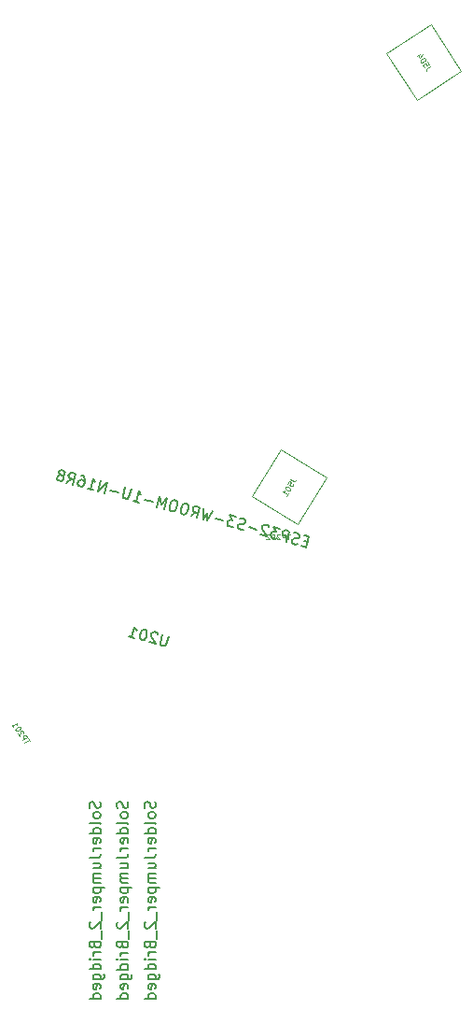
<source format=gbr>
%TF.GenerationSoftware,KiCad,Pcbnew,8.0.4*%
%TF.CreationDate,2024-09-02T19:36:39+02:00*%
%TF.ProjectId,Zoka-MainBoard,5a6f6b61-2d4d-4616-996e-426f6172642e,rev?*%
%TF.SameCoordinates,Original*%
%TF.FileFunction,AssemblyDrawing,Bot*%
%FSLAX46Y46*%
G04 Gerber Fmt 4.6, Leading zero omitted, Abs format (unit mm)*
G04 Created by KiCad (PCBNEW 8.0.4) date 2024-09-02 19:36:39*
%MOMM*%
%LPD*%
G01*
G04 APERTURE LIST*
%ADD10C,0.075000*%
%ADD11C,0.150000*%
%ADD12C,0.100000*%
G04 APERTURE END LIST*
D10*
X172120124Y-82920869D02*
X171834410Y-82920869D01*
X171977267Y-83420869D02*
X171977267Y-82920869D01*
X171667744Y-83420869D02*
X171667744Y-82920869D01*
X171667744Y-82920869D02*
X171477268Y-82920869D01*
X171477268Y-82920869D02*
X171429649Y-82944679D01*
X171429649Y-82944679D02*
X171405839Y-82968488D01*
X171405839Y-82968488D02*
X171382030Y-83016107D01*
X171382030Y-83016107D02*
X171382030Y-83087536D01*
X171382030Y-83087536D02*
X171405839Y-83135155D01*
X171405839Y-83135155D02*
X171429649Y-83158964D01*
X171429649Y-83158964D02*
X171477268Y-83182774D01*
X171477268Y-83182774D02*
X171667744Y-83182774D01*
X171191553Y-82968488D02*
X171167744Y-82944679D01*
X171167744Y-82944679D02*
X171120125Y-82920869D01*
X171120125Y-82920869D02*
X171001077Y-82920869D01*
X171001077Y-82920869D02*
X170953458Y-82944679D01*
X170953458Y-82944679D02*
X170929649Y-82968488D01*
X170929649Y-82968488D02*
X170905839Y-83016107D01*
X170905839Y-83016107D02*
X170905839Y-83063726D01*
X170905839Y-83063726D02*
X170929649Y-83135155D01*
X170929649Y-83135155D02*
X171215363Y-83420869D01*
X171215363Y-83420869D02*
X170905839Y-83420869D01*
X170596316Y-82920869D02*
X170548697Y-82920869D01*
X170548697Y-82920869D02*
X170501078Y-82944679D01*
X170501078Y-82944679D02*
X170477268Y-82968488D01*
X170477268Y-82968488D02*
X170453459Y-83016107D01*
X170453459Y-83016107D02*
X170429649Y-83111345D01*
X170429649Y-83111345D02*
X170429649Y-83230393D01*
X170429649Y-83230393D02*
X170453459Y-83325631D01*
X170453459Y-83325631D02*
X170477268Y-83373250D01*
X170477268Y-83373250D02*
X170501078Y-83397060D01*
X170501078Y-83397060D02*
X170548697Y-83420869D01*
X170548697Y-83420869D02*
X170596316Y-83420869D01*
X170596316Y-83420869D02*
X170643935Y-83397060D01*
X170643935Y-83397060D02*
X170667744Y-83373250D01*
X170667744Y-83373250D02*
X170691554Y-83325631D01*
X170691554Y-83325631D02*
X170715363Y-83230393D01*
X170715363Y-83230393D02*
X170715363Y-83111345D01*
X170715363Y-83111345D02*
X170691554Y-83016107D01*
X170691554Y-83016107D02*
X170667744Y-82968488D01*
X170667744Y-82968488D02*
X170643935Y-82944679D01*
X170643935Y-82944679D02*
X170596316Y-82920869D01*
X170239173Y-82968488D02*
X170215364Y-82944679D01*
X170215364Y-82944679D02*
X170167745Y-82920869D01*
X170167745Y-82920869D02*
X170048697Y-82920869D01*
X170048697Y-82920869D02*
X170001078Y-82944679D01*
X170001078Y-82944679D02*
X169977269Y-82968488D01*
X169977269Y-82968488D02*
X169953459Y-83016107D01*
X169953459Y-83016107D02*
X169953459Y-83063726D01*
X169953459Y-83063726D02*
X169977269Y-83135155D01*
X169977269Y-83135155D02*
X170262983Y-83420869D01*
X170262983Y-83420869D02*
X169953459Y-83420869D01*
D11*
X173723262Y-83610328D02*
X173401286Y-83524055D01*
X173127725Y-83993042D02*
X173587690Y-84116289D01*
X173587690Y-84116289D02*
X173846509Y-83150363D01*
X173846509Y-83150363D02*
X173386544Y-83027116D01*
X172772078Y-83848448D02*
X172621764Y-83857470D01*
X172621764Y-83857470D02*
X172391782Y-83795846D01*
X172391782Y-83795846D02*
X172312113Y-83725200D01*
X172312113Y-83725200D02*
X172278442Y-83666879D01*
X172278442Y-83666879D02*
X172257095Y-83562562D01*
X172257095Y-83562562D02*
X172281744Y-83470569D01*
X172281744Y-83470569D02*
X172352390Y-83390900D01*
X172352390Y-83390900D02*
X172410711Y-83357229D01*
X172410711Y-83357229D02*
X172515029Y-83335882D01*
X172515029Y-83335882D02*
X172711339Y-83339184D01*
X172711339Y-83339184D02*
X172815657Y-83317837D01*
X172815657Y-83317837D02*
X172873978Y-83284165D01*
X172873978Y-83284165D02*
X172944624Y-83204497D01*
X172944624Y-83204497D02*
X172969274Y-83112504D01*
X172969274Y-83112504D02*
X172947926Y-83008186D01*
X172947926Y-83008186D02*
X172914255Y-82949865D01*
X172914255Y-82949865D02*
X172834587Y-82879219D01*
X172834587Y-82879219D02*
X172604604Y-82817596D01*
X172604604Y-82817596D02*
X172454290Y-82826618D01*
X171793827Y-83635625D02*
X172052647Y-82669699D01*
X172052647Y-82669699D02*
X171684675Y-82571101D01*
X171684675Y-82571101D02*
X171580357Y-82592448D01*
X171580357Y-82592448D02*
X171522036Y-82626120D01*
X171522036Y-82626120D02*
X171451390Y-82705788D01*
X171451390Y-82705788D02*
X171414416Y-82843778D01*
X171414416Y-82843778D02*
X171435763Y-82948095D01*
X171435763Y-82948095D02*
X171469435Y-83006417D01*
X171469435Y-83006417D02*
X171549103Y-83077063D01*
X171549103Y-83077063D02*
X171917075Y-83175660D01*
X171178714Y-82435530D02*
X170580760Y-82275308D01*
X170580760Y-82275308D02*
X170804137Y-82729553D01*
X170804137Y-82729553D02*
X170666148Y-82692579D01*
X170666148Y-82692579D02*
X170561830Y-82713926D01*
X170561830Y-82713926D02*
X170503509Y-82747598D01*
X170503509Y-82747598D02*
X170432863Y-82827266D01*
X170432863Y-82827266D02*
X170371239Y-83057248D01*
X170371239Y-83057248D02*
X170392586Y-83161566D01*
X170392586Y-83161566D02*
X170426258Y-83219887D01*
X170426258Y-83219887D02*
X170505926Y-83290533D01*
X170505926Y-83290533D02*
X170781905Y-83364481D01*
X170781905Y-83364481D02*
X170886223Y-83343134D01*
X170886223Y-83343134D02*
X170944544Y-83309462D01*
X170188138Y-82268703D02*
X170154467Y-82210382D01*
X170154467Y-82210382D02*
X170074798Y-82139736D01*
X170074798Y-82139736D02*
X169844816Y-82078113D01*
X169844816Y-82078113D02*
X169740498Y-82099460D01*
X169740498Y-82099460D02*
X169682177Y-82133132D01*
X169682177Y-82133132D02*
X169611531Y-82212800D01*
X169611531Y-82212800D02*
X169586882Y-82304793D01*
X169586882Y-82304793D02*
X169595904Y-82455107D01*
X169595904Y-82455107D02*
X169999965Y-83154961D01*
X169999965Y-83154961D02*
X169402011Y-82994740D01*
X169086641Y-82515846D02*
X168350697Y-82318650D01*
X167850456Y-82529703D02*
X167700142Y-82538725D01*
X167700142Y-82538725D02*
X167470160Y-82477102D01*
X167470160Y-82477102D02*
X167390491Y-82406456D01*
X167390491Y-82406456D02*
X167356820Y-82348135D01*
X167356820Y-82348135D02*
X167335473Y-82243817D01*
X167335473Y-82243817D02*
X167360122Y-82151824D01*
X167360122Y-82151824D02*
X167430768Y-82072156D01*
X167430768Y-82072156D02*
X167489089Y-82038484D01*
X167489089Y-82038484D02*
X167593407Y-82017137D01*
X167593407Y-82017137D02*
X167789717Y-82020439D01*
X167789717Y-82020439D02*
X167894035Y-81999092D01*
X167894035Y-81999092D02*
X167952356Y-81965421D01*
X167952356Y-81965421D02*
X168023002Y-81885752D01*
X168023002Y-81885752D02*
X168047652Y-81793759D01*
X168047652Y-81793759D02*
X168026305Y-81689442D01*
X168026305Y-81689442D02*
X167992633Y-81631121D01*
X167992633Y-81631121D02*
X167912965Y-81560475D01*
X167912965Y-81560475D02*
X167682982Y-81498851D01*
X167682982Y-81498851D02*
X167532668Y-81507873D01*
X167223017Y-81375604D02*
X166625063Y-81215383D01*
X166625063Y-81215383D02*
X166848441Y-81669627D01*
X166848441Y-81669627D02*
X166710452Y-81632653D01*
X166710452Y-81632653D02*
X166606134Y-81654000D01*
X166606134Y-81654000D02*
X166547813Y-81687672D01*
X166547813Y-81687672D02*
X166477167Y-81767340D01*
X166477167Y-81767340D02*
X166415543Y-81997323D01*
X166415543Y-81997323D02*
X166436890Y-82101640D01*
X166436890Y-82101640D02*
X166470562Y-82159961D01*
X166470562Y-82159961D02*
X166550230Y-82230607D01*
X166550230Y-82230607D02*
X166826209Y-82304556D01*
X166826209Y-82304556D02*
X166930527Y-82283209D01*
X166930527Y-82283209D02*
X166988848Y-82249537D01*
X166050874Y-81702414D02*
X165314930Y-81505219D01*
X165107180Y-80808667D02*
X164618379Y-81712969D01*
X164618379Y-81712969D02*
X164619264Y-80973723D01*
X164619264Y-80973723D02*
X164250407Y-81614372D01*
X164250407Y-81614372D02*
X164279244Y-80586822D01*
X163100495Y-81306254D02*
X163545718Y-80932562D01*
X163652453Y-81454150D02*
X163911272Y-80488224D01*
X163911272Y-80488224D02*
X163543300Y-80389627D01*
X163543300Y-80389627D02*
X163438983Y-80410974D01*
X163438983Y-80410974D02*
X163380662Y-80444646D01*
X163380662Y-80444646D02*
X163310016Y-80524314D01*
X163310016Y-80524314D02*
X163273041Y-80662303D01*
X163273041Y-80662303D02*
X163294389Y-80766621D01*
X163294389Y-80766621D02*
X163328060Y-80824942D01*
X163328060Y-80824942D02*
X163407728Y-80895588D01*
X163407728Y-80895588D02*
X163775700Y-80994186D01*
X162761360Y-80180107D02*
X162577375Y-80130808D01*
X162577375Y-80130808D02*
X162473057Y-80152155D01*
X162473057Y-80152155D02*
X162356415Y-80219498D01*
X162356415Y-80219498D02*
X162261119Y-80391159D01*
X162261119Y-80391159D02*
X162174846Y-80713135D01*
X162174846Y-80713135D02*
X162171544Y-80909445D01*
X162171544Y-80909445D02*
X162238887Y-81026088D01*
X162238887Y-81026088D02*
X162318555Y-81096734D01*
X162318555Y-81096734D02*
X162502541Y-81146032D01*
X162502541Y-81146032D02*
X162606859Y-81124685D01*
X162606859Y-81124685D02*
X162723501Y-81057342D01*
X162723501Y-81057342D02*
X162818797Y-80885681D01*
X162818797Y-80885681D02*
X162905070Y-80563705D01*
X162905070Y-80563705D02*
X162908372Y-80367395D01*
X162908372Y-80367395D02*
X162841029Y-80250752D01*
X162841029Y-80250752D02*
X162761360Y-80180107D01*
X161749438Y-79908963D02*
X161565452Y-79859664D01*
X161565452Y-79859664D02*
X161461135Y-79881011D01*
X161461135Y-79881011D02*
X161344492Y-79948354D01*
X161344492Y-79948354D02*
X161249197Y-80120016D01*
X161249197Y-80120016D02*
X161162924Y-80441991D01*
X161162924Y-80441991D02*
X161159622Y-80638301D01*
X161159622Y-80638301D02*
X161226965Y-80754944D01*
X161226965Y-80754944D02*
X161306633Y-80825590D01*
X161306633Y-80825590D02*
X161490619Y-80874889D01*
X161490619Y-80874889D02*
X161594937Y-80853542D01*
X161594937Y-80853542D02*
X161711579Y-80786198D01*
X161711579Y-80786198D02*
X161806874Y-80614537D01*
X161806874Y-80614537D02*
X161893147Y-80292562D01*
X161893147Y-80292562D02*
X161896450Y-80096251D01*
X161896450Y-80096251D02*
X161829106Y-79979609D01*
X161829106Y-79979609D02*
X161749438Y-79908963D01*
X160662683Y-80653044D02*
X160921502Y-79687118D01*
X160921502Y-79687118D02*
X160414656Y-80290792D01*
X160414656Y-80290792D02*
X160277551Y-79514572D01*
X160277551Y-79514572D02*
X160018732Y-80480498D01*
X159657365Y-79989279D02*
X158921422Y-79792083D01*
X157856899Y-79901236D02*
X158408856Y-80049133D01*
X158132877Y-79975184D02*
X158391696Y-79009259D01*
X158391696Y-79009259D02*
X158446715Y-79171897D01*
X158446715Y-79171897D02*
X158514059Y-79288540D01*
X158514059Y-79288540D02*
X158593727Y-79359186D01*
X157701749Y-78824388D02*
X157492229Y-79606328D01*
X157492229Y-79606328D02*
X157421583Y-79685996D01*
X157421583Y-79685996D02*
X157363262Y-79719668D01*
X157363262Y-79719668D02*
X157258944Y-79741015D01*
X157258944Y-79741015D02*
X157074959Y-79691716D01*
X157074959Y-79691716D02*
X156995290Y-79621070D01*
X156995290Y-79621070D02*
X156961619Y-79562749D01*
X156961619Y-79562749D02*
X156940272Y-79458431D01*
X156940272Y-79458431D02*
X157149792Y-78676491D01*
X156529606Y-79151198D02*
X155793662Y-78954003D01*
X155235100Y-79198727D02*
X155493919Y-78232802D01*
X155493919Y-78232802D02*
X154683143Y-79050831D01*
X154683143Y-79050831D02*
X154941962Y-78084905D01*
X153717217Y-78792012D02*
X154269174Y-78939908D01*
X153993196Y-78865960D02*
X154252015Y-77900034D01*
X154252015Y-77900034D02*
X154307033Y-78062673D01*
X154307033Y-78062673D02*
X154374377Y-78179315D01*
X154374377Y-78179315D02*
X154454045Y-78249961D01*
X153148099Y-77604241D02*
X153332085Y-77653540D01*
X153332085Y-77653540D02*
X153411753Y-77724186D01*
X153411753Y-77724186D02*
X153445425Y-77782507D01*
X153445425Y-77782507D02*
X153500444Y-77945146D01*
X153500444Y-77945146D02*
X153497142Y-78141456D01*
X153497142Y-78141456D02*
X153398544Y-78509428D01*
X153398544Y-78509428D02*
X153327898Y-78589096D01*
X153327898Y-78589096D02*
X153269577Y-78622768D01*
X153269577Y-78622768D02*
X153165259Y-78644115D01*
X153165259Y-78644115D02*
X152981273Y-78594816D01*
X152981273Y-78594816D02*
X152901605Y-78524170D01*
X152901605Y-78524170D02*
X152867933Y-78465849D01*
X152867933Y-78465849D02*
X152846586Y-78361532D01*
X152846586Y-78361532D02*
X152908210Y-78131549D01*
X152908210Y-78131549D02*
X152978856Y-78051881D01*
X152978856Y-78051881D02*
X153037177Y-78018209D01*
X153037177Y-78018209D02*
X153141495Y-77996862D01*
X153141495Y-77996862D02*
X153325480Y-78046161D01*
X153325480Y-78046161D02*
X153405149Y-78116807D01*
X153405149Y-78116807D02*
X153438820Y-78175128D01*
X153438820Y-78175128D02*
X153460167Y-78279446D01*
X151831361Y-78286698D02*
X152276584Y-77913007D01*
X152383319Y-78434595D02*
X152642138Y-77468669D01*
X152642138Y-77468669D02*
X152274166Y-77370071D01*
X152274166Y-77370071D02*
X152169849Y-77391418D01*
X152169849Y-77391418D02*
X152111528Y-77425090D01*
X152111528Y-77425090D02*
X152040882Y-77504758D01*
X152040882Y-77504758D02*
X152003907Y-77642748D01*
X152003907Y-77642748D02*
X152025255Y-77747065D01*
X152025255Y-77747065D02*
X152058926Y-77805387D01*
X152058926Y-77805387D02*
X152138594Y-77876033D01*
X152138594Y-77876033D02*
X152506566Y-77974630D01*
X151427300Y-77586844D02*
X151531618Y-77565497D01*
X151531618Y-77565497D02*
X151589939Y-77531825D01*
X151589939Y-77531825D02*
X151660585Y-77452157D01*
X151660585Y-77452157D02*
X151672910Y-77406161D01*
X151672910Y-77406161D02*
X151651563Y-77301843D01*
X151651563Y-77301843D02*
X151617891Y-77243522D01*
X151617891Y-77243522D02*
X151538223Y-77172876D01*
X151538223Y-77172876D02*
X151354237Y-77123577D01*
X151354237Y-77123577D02*
X151249919Y-77144924D01*
X151249919Y-77144924D02*
X151191598Y-77178596D01*
X151191598Y-77178596D02*
X151120952Y-77258264D01*
X151120952Y-77258264D02*
X151108628Y-77304261D01*
X151108628Y-77304261D02*
X151129975Y-77408578D01*
X151129975Y-77408578D02*
X151163646Y-77466899D01*
X151163646Y-77466899D02*
X151243315Y-77537545D01*
X151243315Y-77537545D02*
X151427300Y-77586844D01*
X151427300Y-77586844D02*
X151506969Y-77657490D01*
X151506969Y-77657490D02*
X151540640Y-77715811D01*
X151540640Y-77715811D02*
X151561987Y-77820129D01*
X151561987Y-77820129D02*
X151512689Y-78004115D01*
X151512689Y-78004115D02*
X151442043Y-78083783D01*
X151442043Y-78083783D02*
X151383721Y-78117455D01*
X151383721Y-78117455D02*
X151279404Y-78138802D01*
X151279404Y-78138802D02*
X151095418Y-78089503D01*
X151095418Y-78089503D02*
X151015750Y-78018857D01*
X151015750Y-78018857D02*
X150982078Y-77960536D01*
X150982078Y-77960536D02*
X150960731Y-77856218D01*
X150960731Y-77856218D02*
X151010030Y-77672232D01*
X151010030Y-77672232D02*
X151080676Y-77592564D01*
X151080676Y-77592564D02*
X151138997Y-77558892D01*
X151138997Y-77558892D02*
X151243315Y-77537545D01*
X161081423Y-92153283D02*
X160871902Y-92935223D01*
X160871902Y-92935223D02*
X160801257Y-93014891D01*
X160801257Y-93014891D02*
X160742935Y-93048563D01*
X160742935Y-93048563D02*
X160638618Y-93069910D01*
X160638618Y-93069910D02*
X160454632Y-93020611D01*
X160454632Y-93020611D02*
X160374964Y-92949965D01*
X160374964Y-92949965D02*
X160341292Y-92891644D01*
X160341292Y-92891644D02*
X160319945Y-92787326D01*
X160319945Y-92787326D02*
X160529465Y-92005386D01*
X160090847Y-91986457D02*
X160057176Y-91928136D01*
X160057176Y-91928136D02*
X159977507Y-91857490D01*
X159977507Y-91857490D02*
X159747525Y-91795866D01*
X159747525Y-91795866D02*
X159643207Y-91817213D01*
X159643207Y-91817213D02*
X159584886Y-91850885D01*
X159584886Y-91850885D02*
X159514240Y-91930553D01*
X159514240Y-91930553D02*
X159489591Y-92022546D01*
X159489591Y-92022546D02*
X159498613Y-92172860D01*
X159498613Y-92172860D02*
X159902674Y-92872714D01*
X159902674Y-92872714D02*
X159304720Y-92712493D01*
X158965585Y-91586346D02*
X158873592Y-91561697D01*
X158873592Y-91561697D02*
X158769274Y-91583044D01*
X158769274Y-91583044D02*
X158710953Y-91616715D01*
X158710953Y-91616715D02*
X158640307Y-91696384D01*
X158640307Y-91696384D02*
X158545012Y-91868045D01*
X158545012Y-91868045D02*
X158483388Y-92098027D01*
X158483388Y-92098027D02*
X158480086Y-92294338D01*
X158480086Y-92294338D02*
X158501433Y-92398655D01*
X158501433Y-92398655D02*
X158535105Y-92456976D01*
X158535105Y-92456976D02*
X158614773Y-92527622D01*
X158614773Y-92527622D02*
X158706766Y-92552272D01*
X158706766Y-92552272D02*
X158811084Y-92530925D01*
X158811084Y-92530925D02*
X158869405Y-92497253D01*
X158869405Y-92497253D02*
X158940051Y-92417585D01*
X158940051Y-92417585D02*
X159035346Y-92245924D01*
X159035346Y-92245924D02*
X159096970Y-92015941D01*
X159096970Y-92015941D02*
X159100272Y-91819631D01*
X159100272Y-91819631D02*
X159078925Y-91715313D01*
X159078925Y-91715313D02*
X159045253Y-91656992D01*
X159045253Y-91656992D02*
X158965585Y-91586346D01*
X157464861Y-92219504D02*
X158016819Y-92367401D01*
X157740840Y-92293453D02*
X157999659Y-91327527D01*
X157999659Y-91327527D02*
X158054678Y-91490166D01*
X158054678Y-91490166D02*
X158122021Y-91606808D01*
X158122021Y-91606808D02*
X158201690Y-91677454D01*
X159851027Y-107183489D02*
X159898646Y-107326346D01*
X159898646Y-107326346D02*
X159898646Y-107564441D01*
X159898646Y-107564441D02*
X159851027Y-107659679D01*
X159851027Y-107659679D02*
X159803407Y-107707298D01*
X159803407Y-107707298D02*
X159708169Y-107754917D01*
X159708169Y-107754917D02*
X159612931Y-107754917D01*
X159612931Y-107754917D02*
X159517693Y-107707298D01*
X159517693Y-107707298D02*
X159470074Y-107659679D01*
X159470074Y-107659679D02*
X159422455Y-107564441D01*
X159422455Y-107564441D02*
X159374836Y-107373965D01*
X159374836Y-107373965D02*
X159327217Y-107278727D01*
X159327217Y-107278727D02*
X159279598Y-107231108D01*
X159279598Y-107231108D02*
X159184360Y-107183489D01*
X159184360Y-107183489D02*
X159089122Y-107183489D01*
X159089122Y-107183489D02*
X158993884Y-107231108D01*
X158993884Y-107231108D02*
X158946265Y-107278727D01*
X158946265Y-107278727D02*
X158898646Y-107373965D01*
X158898646Y-107373965D02*
X158898646Y-107612060D01*
X158898646Y-107612060D02*
X158946265Y-107754917D01*
X159898646Y-108326346D02*
X159851027Y-108231108D01*
X159851027Y-108231108D02*
X159803407Y-108183489D01*
X159803407Y-108183489D02*
X159708169Y-108135870D01*
X159708169Y-108135870D02*
X159422455Y-108135870D01*
X159422455Y-108135870D02*
X159327217Y-108183489D01*
X159327217Y-108183489D02*
X159279598Y-108231108D01*
X159279598Y-108231108D02*
X159231979Y-108326346D01*
X159231979Y-108326346D02*
X159231979Y-108469203D01*
X159231979Y-108469203D02*
X159279598Y-108564441D01*
X159279598Y-108564441D02*
X159327217Y-108612060D01*
X159327217Y-108612060D02*
X159422455Y-108659679D01*
X159422455Y-108659679D02*
X159708169Y-108659679D01*
X159708169Y-108659679D02*
X159803407Y-108612060D01*
X159803407Y-108612060D02*
X159851027Y-108564441D01*
X159851027Y-108564441D02*
X159898646Y-108469203D01*
X159898646Y-108469203D02*
X159898646Y-108326346D01*
X159898646Y-109231108D02*
X159851027Y-109135870D01*
X159851027Y-109135870D02*
X159755788Y-109088251D01*
X159755788Y-109088251D02*
X158898646Y-109088251D01*
X159898646Y-110040632D02*
X158898646Y-110040632D01*
X159851027Y-110040632D02*
X159898646Y-109945394D01*
X159898646Y-109945394D02*
X159898646Y-109754918D01*
X159898646Y-109754918D02*
X159851027Y-109659680D01*
X159851027Y-109659680D02*
X159803407Y-109612061D01*
X159803407Y-109612061D02*
X159708169Y-109564442D01*
X159708169Y-109564442D02*
X159422455Y-109564442D01*
X159422455Y-109564442D02*
X159327217Y-109612061D01*
X159327217Y-109612061D02*
X159279598Y-109659680D01*
X159279598Y-109659680D02*
X159231979Y-109754918D01*
X159231979Y-109754918D02*
X159231979Y-109945394D01*
X159231979Y-109945394D02*
X159279598Y-110040632D01*
X159851027Y-110897775D02*
X159898646Y-110802537D01*
X159898646Y-110802537D02*
X159898646Y-110612061D01*
X159898646Y-110612061D02*
X159851027Y-110516823D01*
X159851027Y-110516823D02*
X159755788Y-110469204D01*
X159755788Y-110469204D02*
X159374836Y-110469204D01*
X159374836Y-110469204D02*
X159279598Y-110516823D01*
X159279598Y-110516823D02*
X159231979Y-110612061D01*
X159231979Y-110612061D02*
X159231979Y-110802537D01*
X159231979Y-110802537D02*
X159279598Y-110897775D01*
X159279598Y-110897775D02*
X159374836Y-110945394D01*
X159374836Y-110945394D02*
X159470074Y-110945394D01*
X159470074Y-110945394D02*
X159565312Y-110469204D01*
X159898646Y-111373966D02*
X159231979Y-111373966D01*
X159422455Y-111373966D02*
X159327217Y-111421585D01*
X159327217Y-111421585D02*
X159279598Y-111469204D01*
X159279598Y-111469204D02*
X159231979Y-111564442D01*
X159231979Y-111564442D02*
X159231979Y-111659680D01*
X158898646Y-112278728D02*
X159612931Y-112278728D01*
X159612931Y-112278728D02*
X159755788Y-112231109D01*
X159755788Y-112231109D02*
X159851027Y-112135871D01*
X159851027Y-112135871D02*
X159898646Y-111993014D01*
X159898646Y-111993014D02*
X159898646Y-111897776D01*
X159231979Y-113183490D02*
X159898646Y-113183490D01*
X159231979Y-112754919D02*
X159755788Y-112754919D01*
X159755788Y-112754919D02*
X159851027Y-112802538D01*
X159851027Y-112802538D02*
X159898646Y-112897776D01*
X159898646Y-112897776D02*
X159898646Y-113040633D01*
X159898646Y-113040633D02*
X159851027Y-113135871D01*
X159851027Y-113135871D02*
X159803407Y-113183490D01*
X159898646Y-113659681D02*
X159231979Y-113659681D01*
X159327217Y-113659681D02*
X159279598Y-113707300D01*
X159279598Y-113707300D02*
X159231979Y-113802538D01*
X159231979Y-113802538D02*
X159231979Y-113945395D01*
X159231979Y-113945395D02*
X159279598Y-114040633D01*
X159279598Y-114040633D02*
X159374836Y-114088252D01*
X159374836Y-114088252D02*
X159898646Y-114088252D01*
X159374836Y-114088252D02*
X159279598Y-114135871D01*
X159279598Y-114135871D02*
X159231979Y-114231109D01*
X159231979Y-114231109D02*
X159231979Y-114373966D01*
X159231979Y-114373966D02*
X159279598Y-114469205D01*
X159279598Y-114469205D02*
X159374836Y-114516824D01*
X159374836Y-114516824D02*
X159898646Y-114516824D01*
X159231979Y-114993014D02*
X160231979Y-114993014D01*
X159279598Y-114993014D02*
X159231979Y-115088252D01*
X159231979Y-115088252D02*
X159231979Y-115278728D01*
X159231979Y-115278728D02*
X159279598Y-115373966D01*
X159279598Y-115373966D02*
X159327217Y-115421585D01*
X159327217Y-115421585D02*
X159422455Y-115469204D01*
X159422455Y-115469204D02*
X159708169Y-115469204D01*
X159708169Y-115469204D02*
X159803407Y-115421585D01*
X159803407Y-115421585D02*
X159851027Y-115373966D01*
X159851027Y-115373966D02*
X159898646Y-115278728D01*
X159898646Y-115278728D02*
X159898646Y-115088252D01*
X159898646Y-115088252D02*
X159851027Y-114993014D01*
X159851027Y-116278728D02*
X159898646Y-116183490D01*
X159898646Y-116183490D02*
X159898646Y-115993014D01*
X159898646Y-115993014D02*
X159851027Y-115897776D01*
X159851027Y-115897776D02*
X159755788Y-115850157D01*
X159755788Y-115850157D02*
X159374836Y-115850157D01*
X159374836Y-115850157D02*
X159279598Y-115897776D01*
X159279598Y-115897776D02*
X159231979Y-115993014D01*
X159231979Y-115993014D02*
X159231979Y-116183490D01*
X159231979Y-116183490D02*
X159279598Y-116278728D01*
X159279598Y-116278728D02*
X159374836Y-116326347D01*
X159374836Y-116326347D02*
X159470074Y-116326347D01*
X159470074Y-116326347D02*
X159565312Y-115850157D01*
X159898646Y-116754919D02*
X159231979Y-116754919D01*
X159422455Y-116754919D02*
X159327217Y-116802538D01*
X159327217Y-116802538D02*
X159279598Y-116850157D01*
X159279598Y-116850157D02*
X159231979Y-116945395D01*
X159231979Y-116945395D02*
X159231979Y-117040633D01*
X159993884Y-117135872D02*
X159993884Y-117897776D01*
X158993884Y-118088253D02*
X158946265Y-118135872D01*
X158946265Y-118135872D02*
X158898646Y-118231110D01*
X158898646Y-118231110D02*
X158898646Y-118469205D01*
X158898646Y-118469205D02*
X158946265Y-118564443D01*
X158946265Y-118564443D02*
X158993884Y-118612062D01*
X158993884Y-118612062D02*
X159089122Y-118659681D01*
X159089122Y-118659681D02*
X159184360Y-118659681D01*
X159184360Y-118659681D02*
X159327217Y-118612062D01*
X159327217Y-118612062D02*
X159898646Y-118040634D01*
X159898646Y-118040634D02*
X159898646Y-118659681D01*
X159993884Y-118850158D02*
X159993884Y-119612062D01*
X159374836Y-120183491D02*
X159422455Y-120326348D01*
X159422455Y-120326348D02*
X159470074Y-120373967D01*
X159470074Y-120373967D02*
X159565312Y-120421586D01*
X159565312Y-120421586D02*
X159708169Y-120421586D01*
X159708169Y-120421586D02*
X159803407Y-120373967D01*
X159803407Y-120373967D02*
X159851027Y-120326348D01*
X159851027Y-120326348D02*
X159898646Y-120231110D01*
X159898646Y-120231110D02*
X159898646Y-119850158D01*
X159898646Y-119850158D02*
X158898646Y-119850158D01*
X158898646Y-119850158D02*
X158898646Y-120183491D01*
X158898646Y-120183491D02*
X158946265Y-120278729D01*
X158946265Y-120278729D02*
X158993884Y-120326348D01*
X158993884Y-120326348D02*
X159089122Y-120373967D01*
X159089122Y-120373967D02*
X159184360Y-120373967D01*
X159184360Y-120373967D02*
X159279598Y-120326348D01*
X159279598Y-120326348D02*
X159327217Y-120278729D01*
X159327217Y-120278729D02*
X159374836Y-120183491D01*
X159374836Y-120183491D02*
X159374836Y-119850158D01*
X159898646Y-120850158D02*
X159231979Y-120850158D01*
X159422455Y-120850158D02*
X159327217Y-120897777D01*
X159327217Y-120897777D02*
X159279598Y-120945396D01*
X159279598Y-120945396D02*
X159231979Y-121040634D01*
X159231979Y-121040634D02*
X159231979Y-121135872D01*
X159898646Y-121469206D02*
X159231979Y-121469206D01*
X158898646Y-121469206D02*
X158946265Y-121421587D01*
X158946265Y-121421587D02*
X158993884Y-121469206D01*
X158993884Y-121469206D02*
X158946265Y-121516825D01*
X158946265Y-121516825D02*
X158898646Y-121469206D01*
X158898646Y-121469206D02*
X158993884Y-121469206D01*
X159898646Y-122373967D02*
X158898646Y-122373967D01*
X159851027Y-122373967D02*
X159898646Y-122278729D01*
X159898646Y-122278729D02*
X159898646Y-122088253D01*
X159898646Y-122088253D02*
X159851027Y-121993015D01*
X159851027Y-121993015D02*
X159803407Y-121945396D01*
X159803407Y-121945396D02*
X159708169Y-121897777D01*
X159708169Y-121897777D02*
X159422455Y-121897777D01*
X159422455Y-121897777D02*
X159327217Y-121945396D01*
X159327217Y-121945396D02*
X159279598Y-121993015D01*
X159279598Y-121993015D02*
X159231979Y-122088253D01*
X159231979Y-122088253D02*
X159231979Y-122278729D01*
X159231979Y-122278729D02*
X159279598Y-122373967D01*
X159231979Y-123278729D02*
X160041503Y-123278729D01*
X160041503Y-123278729D02*
X160136741Y-123231110D01*
X160136741Y-123231110D02*
X160184360Y-123183491D01*
X160184360Y-123183491D02*
X160231979Y-123088253D01*
X160231979Y-123088253D02*
X160231979Y-122945396D01*
X160231979Y-122945396D02*
X160184360Y-122850158D01*
X159851027Y-123278729D02*
X159898646Y-123183491D01*
X159898646Y-123183491D02*
X159898646Y-122993015D01*
X159898646Y-122993015D02*
X159851027Y-122897777D01*
X159851027Y-122897777D02*
X159803407Y-122850158D01*
X159803407Y-122850158D02*
X159708169Y-122802539D01*
X159708169Y-122802539D02*
X159422455Y-122802539D01*
X159422455Y-122802539D02*
X159327217Y-122850158D01*
X159327217Y-122850158D02*
X159279598Y-122897777D01*
X159279598Y-122897777D02*
X159231979Y-122993015D01*
X159231979Y-122993015D02*
X159231979Y-123183491D01*
X159231979Y-123183491D02*
X159279598Y-123278729D01*
X159851027Y-124135872D02*
X159898646Y-124040634D01*
X159898646Y-124040634D02*
X159898646Y-123850158D01*
X159898646Y-123850158D02*
X159851027Y-123754920D01*
X159851027Y-123754920D02*
X159755788Y-123707301D01*
X159755788Y-123707301D02*
X159374836Y-123707301D01*
X159374836Y-123707301D02*
X159279598Y-123754920D01*
X159279598Y-123754920D02*
X159231979Y-123850158D01*
X159231979Y-123850158D02*
X159231979Y-124040634D01*
X159231979Y-124040634D02*
X159279598Y-124135872D01*
X159279598Y-124135872D02*
X159374836Y-124183491D01*
X159374836Y-124183491D02*
X159470074Y-124183491D01*
X159470074Y-124183491D02*
X159565312Y-123707301D01*
X159898646Y-125040634D02*
X158898646Y-125040634D01*
X159851027Y-125040634D02*
X159898646Y-124945396D01*
X159898646Y-124945396D02*
X159898646Y-124754920D01*
X159898646Y-124754920D02*
X159851027Y-124659682D01*
X159851027Y-124659682D02*
X159803407Y-124612063D01*
X159803407Y-124612063D02*
X159708169Y-124564444D01*
X159708169Y-124564444D02*
X159422455Y-124564444D01*
X159422455Y-124564444D02*
X159327217Y-124612063D01*
X159327217Y-124612063D02*
X159279598Y-124659682D01*
X159279598Y-124659682D02*
X159231979Y-124754920D01*
X159231979Y-124754920D02*
X159231979Y-124945396D01*
X159231979Y-124945396D02*
X159279598Y-125040634D01*
X157351027Y-107185276D02*
X157398646Y-107328133D01*
X157398646Y-107328133D02*
X157398646Y-107566228D01*
X157398646Y-107566228D02*
X157351027Y-107661466D01*
X157351027Y-107661466D02*
X157303407Y-107709085D01*
X157303407Y-107709085D02*
X157208169Y-107756704D01*
X157208169Y-107756704D02*
X157112931Y-107756704D01*
X157112931Y-107756704D02*
X157017693Y-107709085D01*
X157017693Y-107709085D02*
X156970074Y-107661466D01*
X156970074Y-107661466D02*
X156922455Y-107566228D01*
X156922455Y-107566228D02*
X156874836Y-107375752D01*
X156874836Y-107375752D02*
X156827217Y-107280514D01*
X156827217Y-107280514D02*
X156779598Y-107232895D01*
X156779598Y-107232895D02*
X156684360Y-107185276D01*
X156684360Y-107185276D02*
X156589122Y-107185276D01*
X156589122Y-107185276D02*
X156493884Y-107232895D01*
X156493884Y-107232895D02*
X156446265Y-107280514D01*
X156446265Y-107280514D02*
X156398646Y-107375752D01*
X156398646Y-107375752D02*
X156398646Y-107613847D01*
X156398646Y-107613847D02*
X156446265Y-107756704D01*
X157398646Y-108328133D02*
X157351027Y-108232895D01*
X157351027Y-108232895D02*
X157303407Y-108185276D01*
X157303407Y-108185276D02*
X157208169Y-108137657D01*
X157208169Y-108137657D02*
X156922455Y-108137657D01*
X156922455Y-108137657D02*
X156827217Y-108185276D01*
X156827217Y-108185276D02*
X156779598Y-108232895D01*
X156779598Y-108232895D02*
X156731979Y-108328133D01*
X156731979Y-108328133D02*
X156731979Y-108470990D01*
X156731979Y-108470990D02*
X156779598Y-108566228D01*
X156779598Y-108566228D02*
X156827217Y-108613847D01*
X156827217Y-108613847D02*
X156922455Y-108661466D01*
X156922455Y-108661466D02*
X157208169Y-108661466D01*
X157208169Y-108661466D02*
X157303407Y-108613847D01*
X157303407Y-108613847D02*
X157351027Y-108566228D01*
X157351027Y-108566228D02*
X157398646Y-108470990D01*
X157398646Y-108470990D02*
X157398646Y-108328133D01*
X157398646Y-109232895D02*
X157351027Y-109137657D01*
X157351027Y-109137657D02*
X157255788Y-109090038D01*
X157255788Y-109090038D02*
X156398646Y-109090038D01*
X157398646Y-110042419D02*
X156398646Y-110042419D01*
X157351027Y-110042419D02*
X157398646Y-109947181D01*
X157398646Y-109947181D02*
X157398646Y-109756705D01*
X157398646Y-109756705D02*
X157351027Y-109661467D01*
X157351027Y-109661467D02*
X157303407Y-109613848D01*
X157303407Y-109613848D02*
X157208169Y-109566229D01*
X157208169Y-109566229D02*
X156922455Y-109566229D01*
X156922455Y-109566229D02*
X156827217Y-109613848D01*
X156827217Y-109613848D02*
X156779598Y-109661467D01*
X156779598Y-109661467D02*
X156731979Y-109756705D01*
X156731979Y-109756705D02*
X156731979Y-109947181D01*
X156731979Y-109947181D02*
X156779598Y-110042419D01*
X157351027Y-110899562D02*
X157398646Y-110804324D01*
X157398646Y-110804324D02*
X157398646Y-110613848D01*
X157398646Y-110613848D02*
X157351027Y-110518610D01*
X157351027Y-110518610D02*
X157255788Y-110470991D01*
X157255788Y-110470991D02*
X156874836Y-110470991D01*
X156874836Y-110470991D02*
X156779598Y-110518610D01*
X156779598Y-110518610D02*
X156731979Y-110613848D01*
X156731979Y-110613848D02*
X156731979Y-110804324D01*
X156731979Y-110804324D02*
X156779598Y-110899562D01*
X156779598Y-110899562D02*
X156874836Y-110947181D01*
X156874836Y-110947181D02*
X156970074Y-110947181D01*
X156970074Y-110947181D02*
X157065312Y-110470991D01*
X157398646Y-111375753D02*
X156731979Y-111375753D01*
X156922455Y-111375753D02*
X156827217Y-111423372D01*
X156827217Y-111423372D02*
X156779598Y-111470991D01*
X156779598Y-111470991D02*
X156731979Y-111566229D01*
X156731979Y-111566229D02*
X156731979Y-111661467D01*
X156398646Y-112280515D02*
X157112931Y-112280515D01*
X157112931Y-112280515D02*
X157255788Y-112232896D01*
X157255788Y-112232896D02*
X157351027Y-112137658D01*
X157351027Y-112137658D02*
X157398646Y-111994801D01*
X157398646Y-111994801D02*
X157398646Y-111899563D01*
X156731979Y-113185277D02*
X157398646Y-113185277D01*
X156731979Y-112756706D02*
X157255788Y-112756706D01*
X157255788Y-112756706D02*
X157351027Y-112804325D01*
X157351027Y-112804325D02*
X157398646Y-112899563D01*
X157398646Y-112899563D02*
X157398646Y-113042420D01*
X157398646Y-113042420D02*
X157351027Y-113137658D01*
X157351027Y-113137658D02*
X157303407Y-113185277D01*
X157398646Y-113661468D02*
X156731979Y-113661468D01*
X156827217Y-113661468D02*
X156779598Y-113709087D01*
X156779598Y-113709087D02*
X156731979Y-113804325D01*
X156731979Y-113804325D02*
X156731979Y-113947182D01*
X156731979Y-113947182D02*
X156779598Y-114042420D01*
X156779598Y-114042420D02*
X156874836Y-114090039D01*
X156874836Y-114090039D02*
X157398646Y-114090039D01*
X156874836Y-114090039D02*
X156779598Y-114137658D01*
X156779598Y-114137658D02*
X156731979Y-114232896D01*
X156731979Y-114232896D02*
X156731979Y-114375753D01*
X156731979Y-114375753D02*
X156779598Y-114470992D01*
X156779598Y-114470992D02*
X156874836Y-114518611D01*
X156874836Y-114518611D02*
X157398646Y-114518611D01*
X156731979Y-114994801D02*
X157731979Y-114994801D01*
X156779598Y-114994801D02*
X156731979Y-115090039D01*
X156731979Y-115090039D02*
X156731979Y-115280515D01*
X156731979Y-115280515D02*
X156779598Y-115375753D01*
X156779598Y-115375753D02*
X156827217Y-115423372D01*
X156827217Y-115423372D02*
X156922455Y-115470991D01*
X156922455Y-115470991D02*
X157208169Y-115470991D01*
X157208169Y-115470991D02*
X157303407Y-115423372D01*
X157303407Y-115423372D02*
X157351027Y-115375753D01*
X157351027Y-115375753D02*
X157398646Y-115280515D01*
X157398646Y-115280515D02*
X157398646Y-115090039D01*
X157398646Y-115090039D02*
X157351027Y-114994801D01*
X157351027Y-116280515D02*
X157398646Y-116185277D01*
X157398646Y-116185277D02*
X157398646Y-115994801D01*
X157398646Y-115994801D02*
X157351027Y-115899563D01*
X157351027Y-115899563D02*
X157255788Y-115851944D01*
X157255788Y-115851944D02*
X156874836Y-115851944D01*
X156874836Y-115851944D02*
X156779598Y-115899563D01*
X156779598Y-115899563D02*
X156731979Y-115994801D01*
X156731979Y-115994801D02*
X156731979Y-116185277D01*
X156731979Y-116185277D02*
X156779598Y-116280515D01*
X156779598Y-116280515D02*
X156874836Y-116328134D01*
X156874836Y-116328134D02*
X156970074Y-116328134D01*
X156970074Y-116328134D02*
X157065312Y-115851944D01*
X157398646Y-116756706D02*
X156731979Y-116756706D01*
X156922455Y-116756706D02*
X156827217Y-116804325D01*
X156827217Y-116804325D02*
X156779598Y-116851944D01*
X156779598Y-116851944D02*
X156731979Y-116947182D01*
X156731979Y-116947182D02*
X156731979Y-117042420D01*
X157493884Y-117137659D02*
X157493884Y-117899563D01*
X156493884Y-118090040D02*
X156446265Y-118137659D01*
X156446265Y-118137659D02*
X156398646Y-118232897D01*
X156398646Y-118232897D02*
X156398646Y-118470992D01*
X156398646Y-118470992D02*
X156446265Y-118566230D01*
X156446265Y-118566230D02*
X156493884Y-118613849D01*
X156493884Y-118613849D02*
X156589122Y-118661468D01*
X156589122Y-118661468D02*
X156684360Y-118661468D01*
X156684360Y-118661468D02*
X156827217Y-118613849D01*
X156827217Y-118613849D02*
X157398646Y-118042421D01*
X157398646Y-118042421D02*
X157398646Y-118661468D01*
X157493884Y-118851945D02*
X157493884Y-119613849D01*
X156874836Y-120185278D02*
X156922455Y-120328135D01*
X156922455Y-120328135D02*
X156970074Y-120375754D01*
X156970074Y-120375754D02*
X157065312Y-120423373D01*
X157065312Y-120423373D02*
X157208169Y-120423373D01*
X157208169Y-120423373D02*
X157303407Y-120375754D01*
X157303407Y-120375754D02*
X157351027Y-120328135D01*
X157351027Y-120328135D02*
X157398646Y-120232897D01*
X157398646Y-120232897D02*
X157398646Y-119851945D01*
X157398646Y-119851945D02*
X156398646Y-119851945D01*
X156398646Y-119851945D02*
X156398646Y-120185278D01*
X156398646Y-120185278D02*
X156446265Y-120280516D01*
X156446265Y-120280516D02*
X156493884Y-120328135D01*
X156493884Y-120328135D02*
X156589122Y-120375754D01*
X156589122Y-120375754D02*
X156684360Y-120375754D01*
X156684360Y-120375754D02*
X156779598Y-120328135D01*
X156779598Y-120328135D02*
X156827217Y-120280516D01*
X156827217Y-120280516D02*
X156874836Y-120185278D01*
X156874836Y-120185278D02*
X156874836Y-119851945D01*
X157398646Y-120851945D02*
X156731979Y-120851945D01*
X156922455Y-120851945D02*
X156827217Y-120899564D01*
X156827217Y-120899564D02*
X156779598Y-120947183D01*
X156779598Y-120947183D02*
X156731979Y-121042421D01*
X156731979Y-121042421D02*
X156731979Y-121137659D01*
X157398646Y-121470993D02*
X156731979Y-121470993D01*
X156398646Y-121470993D02*
X156446265Y-121423374D01*
X156446265Y-121423374D02*
X156493884Y-121470993D01*
X156493884Y-121470993D02*
X156446265Y-121518612D01*
X156446265Y-121518612D02*
X156398646Y-121470993D01*
X156398646Y-121470993D02*
X156493884Y-121470993D01*
X157398646Y-122375754D02*
X156398646Y-122375754D01*
X157351027Y-122375754D02*
X157398646Y-122280516D01*
X157398646Y-122280516D02*
X157398646Y-122090040D01*
X157398646Y-122090040D02*
X157351027Y-121994802D01*
X157351027Y-121994802D02*
X157303407Y-121947183D01*
X157303407Y-121947183D02*
X157208169Y-121899564D01*
X157208169Y-121899564D02*
X156922455Y-121899564D01*
X156922455Y-121899564D02*
X156827217Y-121947183D01*
X156827217Y-121947183D02*
X156779598Y-121994802D01*
X156779598Y-121994802D02*
X156731979Y-122090040D01*
X156731979Y-122090040D02*
X156731979Y-122280516D01*
X156731979Y-122280516D02*
X156779598Y-122375754D01*
X156731979Y-123280516D02*
X157541503Y-123280516D01*
X157541503Y-123280516D02*
X157636741Y-123232897D01*
X157636741Y-123232897D02*
X157684360Y-123185278D01*
X157684360Y-123185278D02*
X157731979Y-123090040D01*
X157731979Y-123090040D02*
X157731979Y-122947183D01*
X157731979Y-122947183D02*
X157684360Y-122851945D01*
X157351027Y-123280516D02*
X157398646Y-123185278D01*
X157398646Y-123185278D02*
X157398646Y-122994802D01*
X157398646Y-122994802D02*
X157351027Y-122899564D01*
X157351027Y-122899564D02*
X157303407Y-122851945D01*
X157303407Y-122851945D02*
X157208169Y-122804326D01*
X157208169Y-122804326D02*
X156922455Y-122804326D01*
X156922455Y-122804326D02*
X156827217Y-122851945D01*
X156827217Y-122851945D02*
X156779598Y-122899564D01*
X156779598Y-122899564D02*
X156731979Y-122994802D01*
X156731979Y-122994802D02*
X156731979Y-123185278D01*
X156731979Y-123185278D02*
X156779598Y-123280516D01*
X157351027Y-124137659D02*
X157398646Y-124042421D01*
X157398646Y-124042421D02*
X157398646Y-123851945D01*
X157398646Y-123851945D02*
X157351027Y-123756707D01*
X157351027Y-123756707D02*
X157255788Y-123709088D01*
X157255788Y-123709088D02*
X156874836Y-123709088D01*
X156874836Y-123709088D02*
X156779598Y-123756707D01*
X156779598Y-123756707D02*
X156731979Y-123851945D01*
X156731979Y-123851945D02*
X156731979Y-124042421D01*
X156731979Y-124042421D02*
X156779598Y-124137659D01*
X156779598Y-124137659D02*
X156874836Y-124185278D01*
X156874836Y-124185278D02*
X156970074Y-124185278D01*
X156970074Y-124185278D02*
X157065312Y-123709088D01*
X157398646Y-125042421D02*
X156398646Y-125042421D01*
X157351027Y-125042421D02*
X157398646Y-124947183D01*
X157398646Y-124947183D02*
X157398646Y-124756707D01*
X157398646Y-124756707D02*
X157351027Y-124661469D01*
X157351027Y-124661469D02*
X157303407Y-124613850D01*
X157303407Y-124613850D02*
X157208169Y-124566231D01*
X157208169Y-124566231D02*
X156922455Y-124566231D01*
X156922455Y-124566231D02*
X156827217Y-124613850D01*
X156827217Y-124613850D02*
X156779598Y-124661469D01*
X156779598Y-124661469D02*
X156731979Y-124756707D01*
X156731979Y-124756707D02*
X156731979Y-124947183D01*
X156731979Y-124947183D02*
X156779598Y-125042421D01*
D10*
X184824445Y-40549253D02*
X184526285Y-40745853D01*
X184526285Y-40745853D02*
X184479760Y-40805050D01*
X184479760Y-40805050D02*
X184466219Y-40871019D01*
X184466219Y-40871019D02*
X184485661Y-40943757D01*
X184485661Y-40943757D02*
X184511875Y-40983512D01*
X184562312Y-40151707D02*
X184693378Y-40350480D01*
X184693378Y-40350480D02*
X184507712Y-40501424D01*
X184507712Y-40501424D02*
X184514482Y-40468440D01*
X184514482Y-40468440D02*
X184508146Y-40415579D01*
X184508146Y-40415579D02*
X184442613Y-40316192D01*
X184442613Y-40316192D02*
X184396522Y-40289544D01*
X184396522Y-40289544D02*
X184363538Y-40282773D01*
X184363538Y-40282773D02*
X184310677Y-40289109D01*
X184310677Y-40289109D02*
X184211290Y-40354643D01*
X184211290Y-40354643D02*
X184184642Y-40400734D01*
X184184642Y-40400734D02*
X184177872Y-40433718D01*
X184177872Y-40433718D02*
X184184208Y-40486579D01*
X184184208Y-40486579D02*
X184249741Y-40585966D01*
X184249741Y-40585966D02*
X184295832Y-40612614D01*
X184295832Y-40612614D02*
X184328816Y-40619384D01*
X184378818Y-39873424D02*
X184352605Y-39833670D01*
X184352605Y-39833670D02*
X184306514Y-39807022D01*
X184306514Y-39807022D02*
X184273530Y-39800251D01*
X184273530Y-39800251D02*
X184220669Y-39806587D01*
X184220669Y-39806587D02*
X184128053Y-39839137D01*
X184128053Y-39839137D02*
X184028666Y-39904670D01*
X184028666Y-39904670D02*
X183962264Y-39976974D01*
X183962264Y-39976974D02*
X183935616Y-40023065D01*
X183935616Y-40023065D02*
X183928845Y-40056049D01*
X183928845Y-40056049D02*
X183935181Y-40108910D01*
X183935181Y-40108910D02*
X183961394Y-40148665D01*
X183961394Y-40148665D02*
X184007485Y-40175313D01*
X184007485Y-40175313D02*
X184040469Y-40182083D01*
X184040469Y-40182083D02*
X184093330Y-40175747D01*
X184093330Y-40175747D02*
X184185946Y-40143198D01*
X184185946Y-40143198D02*
X184285333Y-40077664D01*
X184285333Y-40077664D02*
X184351736Y-40005360D01*
X184351736Y-40005360D02*
X184378384Y-39959270D01*
X184378384Y-39959270D02*
X184385154Y-39926286D01*
X184385154Y-39926286D02*
X184378818Y-39873424D01*
X183912010Y-39468238D02*
X183633727Y-39651732D01*
X184136562Y-39462771D02*
X183903936Y-39758758D01*
X183903936Y-39758758D02*
X183733549Y-39500353D01*
X148496310Y-101694024D02*
X148332431Y-101459980D01*
X148004795Y-101863790D02*
X148414371Y-101577002D01*
X147827259Y-101610243D02*
X148236835Y-101323455D01*
X148236835Y-101323455D02*
X148127583Y-101167426D01*
X148127583Y-101167426D02*
X148080766Y-101142076D01*
X148080766Y-101142076D02*
X148047606Y-101136228D01*
X148047606Y-101136228D02*
X147994942Y-101144038D01*
X147994942Y-101144038D02*
X147936431Y-101185008D01*
X147936431Y-101185008D02*
X147911080Y-101231825D01*
X147911080Y-101231825D02*
X147905233Y-101264985D01*
X147905233Y-101264985D02*
X147913043Y-101317649D01*
X147913043Y-101317649D02*
X148022295Y-101473678D01*
X147924696Y-100960696D02*
X147930543Y-100927536D01*
X147930543Y-100927536D02*
X147922734Y-100874872D01*
X147922734Y-100874872D02*
X147854451Y-100777354D01*
X147854451Y-100777354D02*
X147807634Y-100752003D01*
X147807634Y-100752003D02*
X147774474Y-100746156D01*
X147774474Y-100746156D02*
X147721810Y-100753966D01*
X147721810Y-100753966D02*
X147682803Y-100781279D01*
X147682803Y-100781279D02*
X147637949Y-100841752D01*
X147637949Y-100841752D02*
X147567784Y-101239675D01*
X147567784Y-101239675D02*
X147390249Y-100986128D01*
X147622289Y-100445793D02*
X147594976Y-100406785D01*
X147594976Y-100406785D02*
X147548159Y-100381435D01*
X147548159Y-100381435D02*
X147514999Y-100375588D01*
X147514999Y-100375588D02*
X147462335Y-100383397D01*
X147462335Y-100383397D02*
X147370664Y-100418520D01*
X147370664Y-100418520D02*
X147273146Y-100486803D01*
X147273146Y-100486803D02*
X147208788Y-100560933D01*
X147208788Y-100560933D02*
X147183438Y-100607750D01*
X147183438Y-100607750D02*
X147177591Y-100640910D01*
X147177591Y-100640910D02*
X147185400Y-100693574D01*
X147185400Y-100693574D02*
X147212713Y-100732581D01*
X147212713Y-100732581D02*
X147259530Y-100757932D01*
X147259530Y-100757932D02*
X147292690Y-100763779D01*
X147292690Y-100763779D02*
X147345354Y-100755969D01*
X147345354Y-100755969D02*
X147437025Y-100720846D01*
X147437025Y-100720846D02*
X147534543Y-100652563D01*
X147534543Y-100652563D02*
X147598901Y-100578433D01*
X147598901Y-100578433D02*
X147624252Y-100531617D01*
X147624252Y-100531617D02*
X147630099Y-100498456D01*
X147630099Y-100498456D02*
X147622289Y-100445793D01*
X146843986Y-100205984D02*
X147007865Y-100440027D01*
X146925925Y-100323005D02*
X147335501Y-100036217D01*
X147335501Y-100036217D02*
X147304304Y-100116194D01*
X147304304Y-100116194D02*
X147292610Y-100182514D01*
X147292610Y-100182514D02*
X147300419Y-100235178D01*
X172126336Y-77953086D02*
X172430525Y-78140224D01*
X172430525Y-78140224D02*
X172503838Y-78157372D01*
X172503838Y-78157372D02*
X172569348Y-78141765D01*
X172569348Y-78141765D02*
X172627055Y-78093404D01*
X172627055Y-78093404D02*
X172652007Y-78052845D01*
X171876820Y-78358670D02*
X172001578Y-78155878D01*
X172001578Y-78155878D02*
X172216846Y-78260357D01*
X172216846Y-78260357D02*
X172184091Y-78268160D01*
X172184091Y-78268160D02*
X172138860Y-78296243D01*
X172138860Y-78296243D02*
X172076481Y-78397639D01*
X172076481Y-78397639D02*
X172071808Y-78450673D01*
X172071808Y-78450673D02*
X172079612Y-78483428D01*
X172079612Y-78483428D02*
X172107694Y-78528659D01*
X172107694Y-78528659D02*
X172209090Y-78591039D01*
X172209090Y-78591039D02*
X172262125Y-78595711D01*
X172262125Y-78595711D02*
X172294880Y-78587908D01*
X172294880Y-78587908D02*
X172340111Y-78559825D01*
X172340111Y-78559825D02*
X172402490Y-78458429D01*
X172402490Y-78458429D02*
X172407162Y-78405395D01*
X172407162Y-78405395D02*
X172399359Y-78372640D01*
X171702158Y-78642578D02*
X171677206Y-78683137D01*
X171677206Y-78683137D02*
X171672534Y-78736171D01*
X171672534Y-78736171D02*
X171680337Y-78768926D01*
X171680337Y-78768926D02*
X171708420Y-78814157D01*
X171708420Y-78814157D02*
X171777061Y-78884340D01*
X171777061Y-78884340D02*
X171878457Y-78946719D01*
X171878457Y-78946719D02*
X171972049Y-78976343D01*
X171972049Y-78976343D02*
X172025084Y-78981016D01*
X172025084Y-78981016D02*
X172057839Y-78973212D01*
X172057839Y-78973212D02*
X172103070Y-78945130D01*
X172103070Y-78945130D02*
X172128021Y-78904571D01*
X172128021Y-78904571D02*
X172132694Y-78851537D01*
X172132694Y-78851537D02*
X172124890Y-78818782D01*
X172124890Y-78818782D02*
X172096808Y-78773551D01*
X172096808Y-78773551D02*
X172028167Y-78703369D01*
X172028167Y-78703369D02*
X171926771Y-78640989D01*
X171926771Y-78640989D02*
X171833178Y-78611365D01*
X171833178Y-78611365D02*
X171780144Y-78606693D01*
X171780144Y-78606693D02*
X171747389Y-78614496D01*
X171747389Y-78614496D02*
X171702158Y-78642578D01*
X171791173Y-79452110D02*
X171940884Y-79208759D01*
X171866029Y-79330434D02*
X171440165Y-79068442D01*
X171440165Y-79068442D02*
X171525954Y-79065311D01*
X171525954Y-79065311D02*
X171591465Y-79049704D01*
X171591465Y-79049704D02*
X171636696Y-79021621D01*
D11*
X154851027Y-107183488D02*
X154898646Y-107326345D01*
X154898646Y-107326345D02*
X154898646Y-107564440D01*
X154898646Y-107564440D02*
X154851027Y-107659678D01*
X154851027Y-107659678D02*
X154803407Y-107707297D01*
X154803407Y-107707297D02*
X154708169Y-107754916D01*
X154708169Y-107754916D02*
X154612931Y-107754916D01*
X154612931Y-107754916D02*
X154517693Y-107707297D01*
X154517693Y-107707297D02*
X154470074Y-107659678D01*
X154470074Y-107659678D02*
X154422455Y-107564440D01*
X154422455Y-107564440D02*
X154374836Y-107373964D01*
X154374836Y-107373964D02*
X154327217Y-107278726D01*
X154327217Y-107278726D02*
X154279598Y-107231107D01*
X154279598Y-107231107D02*
X154184360Y-107183488D01*
X154184360Y-107183488D02*
X154089122Y-107183488D01*
X154089122Y-107183488D02*
X153993884Y-107231107D01*
X153993884Y-107231107D02*
X153946265Y-107278726D01*
X153946265Y-107278726D02*
X153898646Y-107373964D01*
X153898646Y-107373964D02*
X153898646Y-107612059D01*
X153898646Y-107612059D02*
X153946265Y-107754916D01*
X154898646Y-108326345D02*
X154851027Y-108231107D01*
X154851027Y-108231107D02*
X154803407Y-108183488D01*
X154803407Y-108183488D02*
X154708169Y-108135869D01*
X154708169Y-108135869D02*
X154422455Y-108135869D01*
X154422455Y-108135869D02*
X154327217Y-108183488D01*
X154327217Y-108183488D02*
X154279598Y-108231107D01*
X154279598Y-108231107D02*
X154231979Y-108326345D01*
X154231979Y-108326345D02*
X154231979Y-108469202D01*
X154231979Y-108469202D02*
X154279598Y-108564440D01*
X154279598Y-108564440D02*
X154327217Y-108612059D01*
X154327217Y-108612059D02*
X154422455Y-108659678D01*
X154422455Y-108659678D02*
X154708169Y-108659678D01*
X154708169Y-108659678D02*
X154803407Y-108612059D01*
X154803407Y-108612059D02*
X154851027Y-108564440D01*
X154851027Y-108564440D02*
X154898646Y-108469202D01*
X154898646Y-108469202D02*
X154898646Y-108326345D01*
X154898646Y-109231107D02*
X154851027Y-109135869D01*
X154851027Y-109135869D02*
X154755788Y-109088250D01*
X154755788Y-109088250D02*
X153898646Y-109088250D01*
X154898646Y-110040631D02*
X153898646Y-110040631D01*
X154851027Y-110040631D02*
X154898646Y-109945393D01*
X154898646Y-109945393D02*
X154898646Y-109754917D01*
X154898646Y-109754917D02*
X154851027Y-109659679D01*
X154851027Y-109659679D02*
X154803407Y-109612060D01*
X154803407Y-109612060D02*
X154708169Y-109564441D01*
X154708169Y-109564441D02*
X154422455Y-109564441D01*
X154422455Y-109564441D02*
X154327217Y-109612060D01*
X154327217Y-109612060D02*
X154279598Y-109659679D01*
X154279598Y-109659679D02*
X154231979Y-109754917D01*
X154231979Y-109754917D02*
X154231979Y-109945393D01*
X154231979Y-109945393D02*
X154279598Y-110040631D01*
X154851027Y-110897774D02*
X154898646Y-110802536D01*
X154898646Y-110802536D02*
X154898646Y-110612060D01*
X154898646Y-110612060D02*
X154851027Y-110516822D01*
X154851027Y-110516822D02*
X154755788Y-110469203D01*
X154755788Y-110469203D02*
X154374836Y-110469203D01*
X154374836Y-110469203D02*
X154279598Y-110516822D01*
X154279598Y-110516822D02*
X154231979Y-110612060D01*
X154231979Y-110612060D02*
X154231979Y-110802536D01*
X154231979Y-110802536D02*
X154279598Y-110897774D01*
X154279598Y-110897774D02*
X154374836Y-110945393D01*
X154374836Y-110945393D02*
X154470074Y-110945393D01*
X154470074Y-110945393D02*
X154565312Y-110469203D01*
X154898646Y-111373965D02*
X154231979Y-111373965D01*
X154422455Y-111373965D02*
X154327217Y-111421584D01*
X154327217Y-111421584D02*
X154279598Y-111469203D01*
X154279598Y-111469203D02*
X154231979Y-111564441D01*
X154231979Y-111564441D02*
X154231979Y-111659679D01*
X153898646Y-112278727D02*
X154612931Y-112278727D01*
X154612931Y-112278727D02*
X154755788Y-112231108D01*
X154755788Y-112231108D02*
X154851027Y-112135870D01*
X154851027Y-112135870D02*
X154898646Y-111993013D01*
X154898646Y-111993013D02*
X154898646Y-111897775D01*
X154231979Y-113183489D02*
X154898646Y-113183489D01*
X154231979Y-112754918D02*
X154755788Y-112754918D01*
X154755788Y-112754918D02*
X154851027Y-112802537D01*
X154851027Y-112802537D02*
X154898646Y-112897775D01*
X154898646Y-112897775D02*
X154898646Y-113040632D01*
X154898646Y-113040632D02*
X154851027Y-113135870D01*
X154851027Y-113135870D02*
X154803407Y-113183489D01*
X154898646Y-113659680D02*
X154231979Y-113659680D01*
X154327217Y-113659680D02*
X154279598Y-113707299D01*
X154279598Y-113707299D02*
X154231979Y-113802537D01*
X154231979Y-113802537D02*
X154231979Y-113945394D01*
X154231979Y-113945394D02*
X154279598Y-114040632D01*
X154279598Y-114040632D02*
X154374836Y-114088251D01*
X154374836Y-114088251D02*
X154898646Y-114088251D01*
X154374836Y-114088251D02*
X154279598Y-114135870D01*
X154279598Y-114135870D02*
X154231979Y-114231108D01*
X154231979Y-114231108D02*
X154231979Y-114373965D01*
X154231979Y-114373965D02*
X154279598Y-114469204D01*
X154279598Y-114469204D02*
X154374836Y-114516823D01*
X154374836Y-114516823D02*
X154898646Y-114516823D01*
X154231979Y-114993013D02*
X155231979Y-114993013D01*
X154279598Y-114993013D02*
X154231979Y-115088251D01*
X154231979Y-115088251D02*
X154231979Y-115278727D01*
X154231979Y-115278727D02*
X154279598Y-115373965D01*
X154279598Y-115373965D02*
X154327217Y-115421584D01*
X154327217Y-115421584D02*
X154422455Y-115469203D01*
X154422455Y-115469203D02*
X154708169Y-115469203D01*
X154708169Y-115469203D02*
X154803407Y-115421584D01*
X154803407Y-115421584D02*
X154851027Y-115373965D01*
X154851027Y-115373965D02*
X154898646Y-115278727D01*
X154898646Y-115278727D02*
X154898646Y-115088251D01*
X154898646Y-115088251D02*
X154851027Y-114993013D01*
X154851027Y-116278727D02*
X154898646Y-116183489D01*
X154898646Y-116183489D02*
X154898646Y-115993013D01*
X154898646Y-115993013D02*
X154851027Y-115897775D01*
X154851027Y-115897775D02*
X154755788Y-115850156D01*
X154755788Y-115850156D02*
X154374836Y-115850156D01*
X154374836Y-115850156D02*
X154279598Y-115897775D01*
X154279598Y-115897775D02*
X154231979Y-115993013D01*
X154231979Y-115993013D02*
X154231979Y-116183489D01*
X154231979Y-116183489D02*
X154279598Y-116278727D01*
X154279598Y-116278727D02*
X154374836Y-116326346D01*
X154374836Y-116326346D02*
X154470074Y-116326346D01*
X154470074Y-116326346D02*
X154565312Y-115850156D01*
X154898646Y-116754918D02*
X154231979Y-116754918D01*
X154422455Y-116754918D02*
X154327217Y-116802537D01*
X154327217Y-116802537D02*
X154279598Y-116850156D01*
X154279598Y-116850156D02*
X154231979Y-116945394D01*
X154231979Y-116945394D02*
X154231979Y-117040632D01*
X154993884Y-117135871D02*
X154993884Y-117897775D01*
X153993884Y-118088252D02*
X153946265Y-118135871D01*
X153946265Y-118135871D02*
X153898646Y-118231109D01*
X153898646Y-118231109D02*
X153898646Y-118469204D01*
X153898646Y-118469204D02*
X153946265Y-118564442D01*
X153946265Y-118564442D02*
X153993884Y-118612061D01*
X153993884Y-118612061D02*
X154089122Y-118659680D01*
X154089122Y-118659680D02*
X154184360Y-118659680D01*
X154184360Y-118659680D02*
X154327217Y-118612061D01*
X154327217Y-118612061D02*
X154898646Y-118040633D01*
X154898646Y-118040633D02*
X154898646Y-118659680D01*
X154993884Y-118850157D02*
X154993884Y-119612061D01*
X154374836Y-120183490D02*
X154422455Y-120326347D01*
X154422455Y-120326347D02*
X154470074Y-120373966D01*
X154470074Y-120373966D02*
X154565312Y-120421585D01*
X154565312Y-120421585D02*
X154708169Y-120421585D01*
X154708169Y-120421585D02*
X154803407Y-120373966D01*
X154803407Y-120373966D02*
X154851027Y-120326347D01*
X154851027Y-120326347D02*
X154898646Y-120231109D01*
X154898646Y-120231109D02*
X154898646Y-119850157D01*
X154898646Y-119850157D02*
X153898646Y-119850157D01*
X153898646Y-119850157D02*
X153898646Y-120183490D01*
X153898646Y-120183490D02*
X153946265Y-120278728D01*
X153946265Y-120278728D02*
X153993884Y-120326347D01*
X153993884Y-120326347D02*
X154089122Y-120373966D01*
X154089122Y-120373966D02*
X154184360Y-120373966D01*
X154184360Y-120373966D02*
X154279598Y-120326347D01*
X154279598Y-120326347D02*
X154327217Y-120278728D01*
X154327217Y-120278728D02*
X154374836Y-120183490D01*
X154374836Y-120183490D02*
X154374836Y-119850157D01*
X154898646Y-120850157D02*
X154231979Y-120850157D01*
X154422455Y-120850157D02*
X154327217Y-120897776D01*
X154327217Y-120897776D02*
X154279598Y-120945395D01*
X154279598Y-120945395D02*
X154231979Y-121040633D01*
X154231979Y-121040633D02*
X154231979Y-121135871D01*
X154898646Y-121469205D02*
X154231979Y-121469205D01*
X153898646Y-121469205D02*
X153946265Y-121421586D01*
X153946265Y-121421586D02*
X153993884Y-121469205D01*
X153993884Y-121469205D02*
X153946265Y-121516824D01*
X153946265Y-121516824D02*
X153898646Y-121469205D01*
X153898646Y-121469205D02*
X153993884Y-121469205D01*
X154898646Y-122373966D02*
X153898646Y-122373966D01*
X154851027Y-122373966D02*
X154898646Y-122278728D01*
X154898646Y-122278728D02*
X154898646Y-122088252D01*
X154898646Y-122088252D02*
X154851027Y-121993014D01*
X154851027Y-121993014D02*
X154803407Y-121945395D01*
X154803407Y-121945395D02*
X154708169Y-121897776D01*
X154708169Y-121897776D02*
X154422455Y-121897776D01*
X154422455Y-121897776D02*
X154327217Y-121945395D01*
X154327217Y-121945395D02*
X154279598Y-121993014D01*
X154279598Y-121993014D02*
X154231979Y-122088252D01*
X154231979Y-122088252D02*
X154231979Y-122278728D01*
X154231979Y-122278728D02*
X154279598Y-122373966D01*
X154231979Y-123278728D02*
X155041503Y-123278728D01*
X155041503Y-123278728D02*
X155136741Y-123231109D01*
X155136741Y-123231109D02*
X155184360Y-123183490D01*
X155184360Y-123183490D02*
X155231979Y-123088252D01*
X155231979Y-123088252D02*
X155231979Y-122945395D01*
X155231979Y-122945395D02*
X155184360Y-122850157D01*
X154851027Y-123278728D02*
X154898646Y-123183490D01*
X154898646Y-123183490D02*
X154898646Y-122993014D01*
X154898646Y-122993014D02*
X154851027Y-122897776D01*
X154851027Y-122897776D02*
X154803407Y-122850157D01*
X154803407Y-122850157D02*
X154708169Y-122802538D01*
X154708169Y-122802538D02*
X154422455Y-122802538D01*
X154422455Y-122802538D02*
X154327217Y-122850157D01*
X154327217Y-122850157D02*
X154279598Y-122897776D01*
X154279598Y-122897776D02*
X154231979Y-122993014D01*
X154231979Y-122993014D02*
X154231979Y-123183490D01*
X154231979Y-123183490D02*
X154279598Y-123278728D01*
X154851027Y-124135871D02*
X154898646Y-124040633D01*
X154898646Y-124040633D02*
X154898646Y-123850157D01*
X154898646Y-123850157D02*
X154851027Y-123754919D01*
X154851027Y-123754919D02*
X154755788Y-123707300D01*
X154755788Y-123707300D02*
X154374836Y-123707300D01*
X154374836Y-123707300D02*
X154279598Y-123754919D01*
X154279598Y-123754919D02*
X154231979Y-123850157D01*
X154231979Y-123850157D02*
X154231979Y-124040633D01*
X154231979Y-124040633D02*
X154279598Y-124135871D01*
X154279598Y-124135871D02*
X154374836Y-124183490D01*
X154374836Y-124183490D02*
X154470074Y-124183490D01*
X154470074Y-124183490D02*
X154565312Y-123707300D01*
X154898646Y-125040633D02*
X153898646Y-125040633D01*
X154851027Y-125040633D02*
X154898646Y-124945395D01*
X154898646Y-124945395D02*
X154898646Y-124754919D01*
X154898646Y-124754919D02*
X154851027Y-124659681D01*
X154851027Y-124659681D02*
X154803407Y-124612062D01*
X154803407Y-124612062D02*
X154708169Y-124564443D01*
X154708169Y-124564443D02*
X154422455Y-124564443D01*
X154422455Y-124564443D02*
X154327217Y-124612062D01*
X154327217Y-124612062D02*
X154279598Y-124659681D01*
X154279598Y-124659681D02*
X154231979Y-124754919D01*
X154231979Y-124754919D02*
X154231979Y-124945395D01*
X154231979Y-124945395D02*
X154279598Y-125040633D01*
D12*
%TO.C,J504*%
X183615561Y-43570895D02*
X180863157Y-39396656D01*
X187622831Y-40928588D02*
X183615561Y-43570895D01*
X187622831Y-40928588D02*
X184870427Y-36754349D01*
X184870427Y-36754349D02*
X180863157Y-39396656D01*
%TO.C,J501*%
X175375771Y-77771707D02*
X172755842Y-82030342D01*
X171287482Y-75256574D02*
X175375771Y-77771707D01*
X171287482Y-75256574D02*
X168667553Y-79515209D01*
X168667553Y-79515209D02*
X172755842Y-82030342D01*
%TD*%
M02*

</source>
